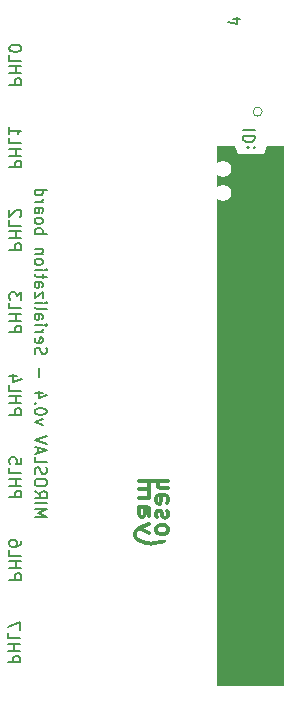
<source format=gbo>
%TF.GenerationSoftware,KiCad,Pcbnew,5.1.10*%
%TF.CreationDate,2021-12-13T09:12:35+01:00*%
%TF.ProjectId,serialization_board,73657269-616c-4697-9a61-74696f6e5f62,rev?*%
%TF.SameCoordinates,Original*%
%TF.FileFunction,Legend,Bot*%
%TF.FilePolarity,Positive*%
%FSLAX46Y46*%
G04 Gerber Fmt 4.6, Leading zero omitted, Abs format (unit mm)*
G04 Created by KiCad (PCBNEW 5.1.10) date 2021-12-13 09:12:35*
%MOMM*%
%LPD*%
G01*
G04 APERTURE LIST*
%ADD10C,0.300000*%
%ADD11C,0.150000*%
%ADD12C,0.100000*%
%ADD13C,0.120000*%
%ADD14O,1.700000X1.700000*%
%ADD15R,1.700000X1.700000*%
%ADD16C,1.397000*%
%ADD17C,7.000000*%
%ADD18O,1.600000X1.600000*%
%ADD19R,1.600000X1.600000*%
%ADD20C,1.524000*%
G04 APERTURE END LIST*
D10*
X71589900Y-74630280D02*
G75*
G03*
X73732183Y-74728668I1172004J2146971D01*
G01*
X74013060Y-69596000D02*
X71628000Y-69596000D01*
X73995362Y-71483980D02*
X74066791Y-71341122D01*
X74066791Y-71055408D01*
X73995362Y-70912551D01*
X73852505Y-70841122D01*
X73281077Y-70841122D01*
X73138220Y-70912551D01*
X73066791Y-71055408D01*
X73066791Y-71341122D01*
X73138220Y-71483980D01*
X73281077Y-71555408D01*
X73423934Y-71555408D01*
X73566791Y-70841122D01*
X73995362Y-72126837D02*
X74066791Y-72269694D01*
X74066791Y-72555408D01*
X73995362Y-72698265D01*
X73852505Y-72769694D01*
X73781077Y-72769694D01*
X73638220Y-72698265D01*
X73566791Y-72555408D01*
X73566791Y-72341122D01*
X73495362Y-72198265D01*
X73352505Y-72126837D01*
X73281077Y-72126837D01*
X73138220Y-72198265D01*
X73066791Y-72341122D01*
X73066791Y-72555408D01*
X73138220Y-72698265D01*
X74066791Y-73626837D02*
X73995362Y-73483980D01*
X73923934Y-73412551D01*
X73781077Y-73341122D01*
X73352505Y-73341122D01*
X73209648Y-73412551D01*
X73138220Y-73483980D01*
X73066791Y-73626837D01*
X73066791Y-73841122D01*
X73138220Y-73983980D01*
X73209648Y-74055408D01*
X73352505Y-74126837D01*
X73781077Y-74126837D01*
X73923934Y-74055408D01*
X73995362Y-73983980D01*
X74066791Y-73841122D01*
X74066791Y-73626837D01*
X74062675Y-69597151D02*
X72762675Y-69597151D01*
X74062675Y-70240008D02*
X73381722Y-70240008D01*
X73257913Y-70168580D01*
X73196008Y-70025722D01*
X73196008Y-69811437D01*
X73257913Y-69668580D01*
X73319818Y-69597151D01*
X72500931Y-74049442D02*
X71634264Y-73644680D01*
X72500931Y-73239919D01*
X71634264Y-71863728D02*
X72315217Y-71863728D01*
X72439026Y-71944680D01*
X72500931Y-72106585D01*
X72500931Y-72430395D01*
X72439026Y-72592300D01*
X71696169Y-71863728D02*
X71634264Y-72025633D01*
X71634264Y-72430395D01*
X71696169Y-72592300D01*
X71819979Y-72673252D01*
X71943788Y-72673252D01*
X72067598Y-72592300D01*
X72129502Y-72430395D01*
X72129502Y-72025633D01*
X72191407Y-71863728D01*
X71634264Y-71054204D02*
X72500931Y-71054204D01*
X72377121Y-71054204D02*
X72439026Y-70973252D01*
X72500931Y-70811347D01*
X72500931Y-70568490D01*
X72439026Y-70406585D01*
X72315217Y-70325633D01*
X71634264Y-70325633D01*
X72315217Y-70325633D02*
X72439026Y-70244680D01*
X72500931Y-70082776D01*
X72500931Y-69839919D01*
X72439026Y-69678014D01*
X72315217Y-69597061D01*
X71634264Y-69597061D01*
X71625902Y-73665816D02*
G75*
G03*
X71553292Y-74607955I136718J-484404D01*
G01*
D11*
X81410880Y-39901904D02*
X80410880Y-39901904D01*
X81410880Y-40378095D02*
X80410880Y-40378095D01*
X80410880Y-40616190D01*
X80458500Y-40759047D01*
X80553738Y-40854285D01*
X80648976Y-40901904D01*
X80839452Y-40949523D01*
X80982309Y-40949523D01*
X81172785Y-40901904D01*
X81268023Y-40854285D01*
X81363261Y-40759047D01*
X81410880Y-40616190D01*
X81410880Y-40378095D01*
X81315642Y-41378095D02*
X81363261Y-41425714D01*
X81410880Y-41378095D01*
X81363261Y-41330476D01*
X81315642Y-41378095D01*
X81410880Y-41378095D01*
X80791833Y-41378095D02*
X80839452Y-41425714D01*
X80887071Y-41378095D01*
X80839452Y-41330476D01*
X80791833Y-41378095D01*
X80887071Y-41378095D01*
D12*
G36*
X79883000Y-41910000D02*
G01*
X82169000Y-41910000D01*
X82423000Y-41275000D01*
X83820000Y-41275000D01*
X83820000Y-86868000D01*
X78232000Y-86868000D01*
X78232000Y-41275000D01*
X79629000Y-41275000D01*
X79883000Y-41910000D01*
G37*
X79883000Y-41910000D02*
X82169000Y-41910000D01*
X82423000Y-41275000D01*
X83820000Y-41275000D01*
X83820000Y-86868000D01*
X78232000Y-86868000D01*
X78232000Y-41275000D01*
X79629000Y-41275000D01*
X79883000Y-41910000D01*
D11*
X62793619Y-72658142D02*
X63793619Y-72658142D01*
X63079333Y-72324809D01*
X63793619Y-71991476D01*
X62793619Y-71991476D01*
X62793619Y-71515285D02*
X63793619Y-71515285D01*
X62793619Y-70467666D02*
X63269809Y-70801000D01*
X62793619Y-71039095D02*
X63793619Y-71039095D01*
X63793619Y-70658142D01*
X63746000Y-70562904D01*
X63698380Y-70515285D01*
X63603142Y-70467666D01*
X63460285Y-70467666D01*
X63365047Y-70515285D01*
X63317428Y-70562904D01*
X63269809Y-70658142D01*
X63269809Y-71039095D01*
X63793619Y-69848619D02*
X63793619Y-69658142D01*
X63746000Y-69562904D01*
X63650761Y-69467666D01*
X63460285Y-69420047D01*
X63126952Y-69420047D01*
X62936476Y-69467666D01*
X62841238Y-69562904D01*
X62793619Y-69658142D01*
X62793619Y-69848619D01*
X62841238Y-69943857D01*
X62936476Y-70039095D01*
X63126952Y-70086714D01*
X63460285Y-70086714D01*
X63650761Y-70039095D01*
X63746000Y-69943857D01*
X63793619Y-69848619D01*
X62841238Y-69039095D02*
X62793619Y-68896238D01*
X62793619Y-68658142D01*
X62841238Y-68562904D01*
X62888857Y-68515285D01*
X62984095Y-68467666D01*
X63079333Y-68467666D01*
X63174571Y-68515285D01*
X63222190Y-68562904D01*
X63269809Y-68658142D01*
X63317428Y-68848619D01*
X63365047Y-68943857D01*
X63412666Y-68991476D01*
X63507904Y-69039095D01*
X63603142Y-69039095D01*
X63698380Y-68991476D01*
X63746000Y-68943857D01*
X63793619Y-68848619D01*
X63793619Y-68610523D01*
X63746000Y-68467666D01*
X62793619Y-67562904D02*
X62793619Y-68039095D01*
X63793619Y-68039095D01*
X63079333Y-67277190D02*
X63079333Y-66801000D01*
X62793619Y-67372428D02*
X63793619Y-67039095D01*
X62793619Y-66705761D01*
X63793619Y-66515285D02*
X62793619Y-66181952D01*
X63793619Y-65848619D01*
X63460285Y-64848619D02*
X62793619Y-64610523D01*
X63460285Y-64372428D01*
X63793619Y-63801000D02*
X63793619Y-63705761D01*
X63746000Y-63610523D01*
X63698380Y-63562904D01*
X63603142Y-63515285D01*
X63412666Y-63467666D01*
X63174571Y-63467666D01*
X62984095Y-63515285D01*
X62888857Y-63562904D01*
X62841238Y-63610523D01*
X62793619Y-63705761D01*
X62793619Y-63801000D01*
X62841238Y-63896238D01*
X62888857Y-63943857D01*
X62984095Y-63991476D01*
X63174571Y-64039095D01*
X63412666Y-64039095D01*
X63603142Y-63991476D01*
X63698380Y-63943857D01*
X63746000Y-63896238D01*
X63793619Y-63801000D01*
X62888857Y-63039095D02*
X62841238Y-62991476D01*
X62793619Y-63039095D01*
X62841238Y-63086714D01*
X62888857Y-63039095D01*
X62793619Y-63039095D01*
X63460285Y-62134333D02*
X62793619Y-62134333D01*
X63841238Y-62372428D02*
X63126952Y-62610523D01*
X63126952Y-61991476D01*
X63174571Y-60848619D02*
X63174571Y-60086714D01*
X62841238Y-58896238D02*
X62793619Y-58753380D01*
X62793619Y-58515285D01*
X62841238Y-58420047D01*
X62888857Y-58372428D01*
X62984095Y-58324809D01*
X63079333Y-58324809D01*
X63174571Y-58372428D01*
X63222190Y-58420047D01*
X63269809Y-58515285D01*
X63317428Y-58705761D01*
X63365047Y-58801000D01*
X63412666Y-58848619D01*
X63507904Y-58896238D01*
X63603142Y-58896238D01*
X63698380Y-58848619D01*
X63746000Y-58801000D01*
X63793619Y-58705761D01*
X63793619Y-58467666D01*
X63746000Y-58324809D01*
X62841238Y-57515285D02*
X62793619Y-57610523D01*
X62793619Y-57801000D01*
X62841238Y-57896238D01*
X62936476Y-57943857D01*
X63317428Y-57943857D01*
X63412666Y-57896238D01*
X63460285Y-57801000D01*
X63460285Y-57610523D01*
X63412666Y-57515285D01*
X63317428Y-57467666D01*
X63222190Y-57467666D01*
X63126952Y-57943857D01*
X62793619Y-57039095D02*
X63460285Y-57039095D01*
X63269809Y-57039095D02*
X63365047Y-56991476D01*
X63412666Y-56943857D01*
X63460285Y-56848619D01*
X63460285Y-56753380D01*
X62793619Y-56420047D02*
X63460285Y-56420047D01*
X63793619Y-56420047D02*
X63746000Y-56467666D01*
X63698380Y-56420047D01*
X63746000Y-56372428D01*
X63793619Y-56420047D01*
X63698380Y-56420047D01*
X62793619Y-55515285D02*
X63317428Y-55515285D01*
X63412666Y-55562904D01*
X63460285Y-55658142D01*
X63460285Y-55848619D01*
X63412666Y-55943857D01*
X62841238Y-55515285D02*
X62793619Y-55610523D01*
X62793619Y-55848619D01*
X62841238Y-55943857D01*
X62936476Y-55991476D01*
X63031714Y-55991476D01*
X63126952Y-55943857D01*
X63174571Y-55848619D01*
X63174571Y-55610523D01*
X63222190Y-55515285D01*
X62793619Y-54896238D02*
X62841238Y-54991476D01*
X62936476Y-55039095D01*
X63793619Y-55039095D01*
X62793619Y-54515285D02*
X63460285Y-54515285D01*
X63793619Y-54515285D02*
X63746000Y-54562904D01*
X63698380Y-54515285D01*
X63746000Y-54467666D01*
X63793619Y-54515285D01*
X63698380Y-54515285D01*
X63460285Y-54134333D02*
X63460285Y-53610523D01*
X62793619Y-54134333D01*
X62793619Y-53610523D01*
X62793619Y-52801000D02*
X63317428Y-52801000D01*
X63412666Y-52848619D01*
X63460285Y-52943857D01*
X63460285Y-53134333D01*
X63412666Y-53229571D01*
X62841238Y-52801000D02*
X62793619Y-52896238D01*
X62793619Y-53134333D01*
X62841238Y-53229571D01*
X62936476Y-53277190D01*
X63031714Y-53277190D01*
X63126952Y-53229571D01*
X63174571Y-53134333D01*
X63174571Y-52896238D01*
X63222190Y-52801000D01*
X63460285Y-52467666D02*
X63460285Y-52086714D01*
X63793619Y-52324809D02*
X62936476Y-52324809D01*
X62841238Y-52277190D01*
X62793619Y-52181952D01*
X62793619Y-52086714D01*
X62793619Y-51753380D02*
X63460285Y-51753380D01*
X63793619Y-51753380D02*
X63746000Y-51801000D01*
X63698380Y-51753380D01*
X63746000Y-51705761D01*
X63793619Y-51753380D01*
X63698380Y-51753380D01*
X62793619Y-51134333D02*
X62841238Y-51229571D01*
X62888857Y-51277190D01*
X62984095Y-51324809D01*
X63269809Y-51324809D01*
X63365047Y-51277190D01*
X63412666Y-51229571D01*
X63460285Y-51134333D01*
X63460285Y-50991476D01*
X63412666Y-50896238D01*
X63365047Y-50848619D01*
X63269809Y-50801000D01*
X62984095Y-50801000D01*
X62888857Y-50848619D01*
X62841238Y-50896238D01*
X62793619Y-50991476D01*
X62793619Y-51134333D01*
X63460285Y-50372428D02*
X62793619Y-50372428D01*
X63365047Y-50372428D02*
X63412666Y-50324809D01*
X63460285Y-50229571D01*
X63460285Y-50086714D01*
X63412666Y-49991476D01*
X63317428Y-49943857D01*
X62793619Y-49943857D01*
X62793619Y-48705761D02*
X63793619Y-48705761D01*
X63412666Y-48705761D02*
X63460285Y-48610523D01*
X63460285Y-48420047D01*
X63412666Y-48324809D01*
X63365047Y-48277190D01*
X63269809Y-48229571D01*
X62984095Y-48229571D01*
X62888857Y-48277190D01*
X62841238Y-48324809D01*
X62793619Y-48420047D01*
X62793619Y-48610523D01*
X62841238Y-48705761D01*
X62793619Y-47658142D02*
X62841238Y-47753380D01*
X62888857Y-47801000D01*
X62984095Y-47848619D01*
X63269809Y-47848619D01*
X63365047Y-47801000D01*
X63412666Y-47753380D01*
X63460285Y-47658142D01*
X63460285Y-47515285D01*
X63412666Y-47420047D01*
X63365047Y-47372428D01*
X63269809Y-47324809D01*
X62984095Y-47324809D01*
X62888857Y-47372428D01*
X62841238Y-47420047D01*
X62793619Y-47515285D01*
X62793619Y-47658142D01*
X62793619Y-46467666D02*
X63317428Y-46467666D01*
X63412666Y-46515285D01*
X63460285Y-46610523D01*
X63460285Y-46801000D01*
X63412666Y-46896238D01*
X62841238Y-46467666D02*
X62793619Y-46562904D01*
X62793619Y-46801000D01*
X62841238Y-46896238D01*
X62936476Y-46943857D01*
X63031714Y-46943857D01*
X63126952Y-46896238D01*
X63174571Y-46801000D01*
X63174571Y-46562904D01*
X63222190Y-46467666D01*
X62793619Y-45991476D02*
X63460285Y-45991476D01*
X63269809Y-45991476D02*
X63365047Y-45943857D01*
X63412666Y-45896238D01*
X63460285Y-45801000D01*
X63460285Y-45705761D01*
X62793619Y-44943857D02*
X63793619Y-44943857D01*
X62841238Y-44943857D02*
X62793619Y-45039095D01*
X62793619Y-45229571D01*
X62841238Y-45324809D01*
X62888857Y-45372428D01*
X62984095Y-45420047D01*
X63269809Y-45420047D01*
X63365047Y-45372428D01*
X63412666Y-45324809D01*
X63460285Y-45229571D01*
X63460285Y-45039095D01*
X63412666Y-44943857D01*
D13*
X82042000Y-38354000D02*
G75*
G03*
X82042000Y-38354000I-381000J0D01*
G01*
D11*
X60634619Y-36083666D02*
X61634619Y-36083666D01*
X61634619Y-35702714D01*
X61587000Y-35607476D01*
X61539380Y-35559857D01*
X61444142Y-35512238D01*
X61301285Y-35512238D01*
X61206047Y-35559857D01*
X61158428Y-35607476D01*
X61110809Y-35702714D01*
X61110809Y-36083666D01*
X60634619Y-35083666D02*
X61634619Y-35083666D01*
X61158428Y-35083666D02*
X61158428Y-34512238D01*
X60634619Y-34512238D02*
X61634619Y-34512238D01*
X60634619Y-33559857D02*
X60634619Y-34036047D01*
X61634619Y-34036047D01*
X61634619Y-33036047D02*
X61634619Y-32940809D01*
X61587000Y-32845571D01*
X61539380Y-32797952D01*
X61444142Y-32750333D01*
X61253666Y-32702714D01*
X61015571Y-32702714D01*
X60825095Y-32750333D01*
X60729857Y-32797952D01*
X60682238Y-32845571D01*
X60634619Y-32940809D01*
X60634619Y-33036047D01*
X60682238Y-33131285D01*
X60729857Y-33178904D01*
X60825095Y-33226523D01*
X61015571Y-33274142D01*
X61253666Y-33274142D01*
X61444142Y-33226523D01*
X61539380Y-33178904D01*
X61587000Y-33131285D01*
X61634619Y-33036047D01*
X60507619Y-84978666D02*
X61507619Y-84978666D01*
X61507619Y-84597714D01*
X61460000Y-84502476D01*
X61412380Y-84454857D01*
X61317142Y-84407238D01*
X61174285Y-84407238D01*
X61079047Y-84454857D01*
X61031428Y-84502476D01*
X60983809Y-84597714D01*
X60983809Y-84978666D01*
X60507619Y-83978666D02*
X61507619Y-83978666D01*
X61031428Y-83978666D02*
X61031428Y-83407238D01*
X60507619Y-83407238D02*
X61507619Y-83407238D01*
X60507619Y-82454857D02*
X60507619Y-82931047D01*
X61507619Y-82931047D01*
X61507619Y-82216761D02*
X61507619Y-81550095D01*
X60507619Y-81978666D01*
X60634619Y-71008666D02*
X61634619Y-71008666D01*
X61634619Y-70627714D01*
X61587000Y-70532476D01*
X61539380Y-70484857D01*
X61444142Y-70437238D01*
X61301285Y-70437238D01*
X61206047Y-70484857D01*
X61158428Y-70532476D01*
X61110809Y-70627714D01*
X61110809Y-71008666D01*
X60634619Y-70008666D02*
X61634619Y-70008666D01*
X61158428Y-70008666D02*
X61158428Y-69437238D01*
X60634619Y-69437238D02*
X61634619Y-69437238D01*
X60634619Y-68484857D02*
X60634619Y-68961047D01*
X61634619Y-68961047D01*
X61634619Y-67675333D02*
X61634619Y-68151523D01*
X61158428Y-68199142D01*
X61206047Y-68151523D01*
X61253666Y-68056285D01*
X61253666Y-67818190D01*
X61206047Y-67722952D01*
X61158428Y-67675333D01*
X61063190Y-67627714D01*
X60825095Y-67627714D01*
X60729857Y-67675333D01*
X60682238Y-67722952D01*
X60634619Y-67818190D01*
X60634619Y-68056285D01*
X60682238Y-68151523D01*
X60729857Y-68199142D01*
X60634619Y-43068667D02*
X61634619Y-43068667D01*
X61634619Y-42687715D01*
X61587000Y-42592477D01*
X61539380Y-42544858D01*
X61444142Y-42497239D01*
X61301285Y-42497239D01*
X61206047Y-42544858D01*
X61158428Y-42592477D01*
X61110809Y-42687715D01*
X61110809Y-43068667D01*
X60634619Y-42068667D02*
X61634619Y-42068667D01*
X61158428Y-42068667D02*
X61158428Y-41497239D01*
X60634619Y-41497239D02*
X61634619Y-41497239D01*
X60634619Y-40544858D02*
X60634619Y-41021048D01*
X61634619Y-41021048D01*
X60634619Y-39687715D02*
X60634619Y-40259143D01*
X60634619Y-39973429D02*
X61634619Y-39973429D01*
X61491761Y-40068667D01*
X61396523Y-40163905D01*
X61348904Y-40259143D01*
X60634619Y-77993666D02*
X61634619Y-77993666D01*
X61634619Y-77612714D01*
X61587000Y-77517476D01*
X61539380Y-77469857D01*
X61444142Y-77422238D01*
X61301285Y-77422238D01*
X61206047Y-77469857D01*
X61158428Y-77517476D01*
X61110809Y-77612714D01*
X61110809Y-77993666D01*
X60634619Y-76993666D02*
X61634619Y-76993666D01*
X61158428Y-76993666D02*
X61158428Y-76422238D01*
X60634619Y-76422238D02*
X61634619Y-76422238D01*
X60634619Y-75469857D02*
X60634619Y-75946047D01*
X61634619Y-75946047D01*
X61634619Y-74707952D02*
X61634619Y-74898428D01*
X61587000Y-74993666D01*
X61539380Y-75041285D01*
X61396523Y-75136523D01*
X61206047Y-75184142D01*
X60825095Y-75184142D01*
X60729857Y-75136523D01*
X60682238Y-75088904D01*
X60634619Y-74993666D01*
X60634619Y-74803190D01*
X60682238Y-74707952D01*
X60729857Y-74660333D01*
X60825095Y-74612714D01*
X61063190Y-74612714D01*
X61158428Y-74660333D01*
X61206047Y-74707952D01*
X61253666Y-74803190D01*
X61253666Y-74993666D01*
X61206047Y-75088904D01*
X61158428Y-75136523D01*
X61063190Y-75184142D01*
X60634619Y-64023666D02*
X61634619Y-64023666D01*
X61634619Y-63642714D01*
X61587000Y-63547476D01*
X61539380Y-63499857D01*
X61444142Y-63452238D01*
X61301285Y-63452238D01*
X61206047Y-63499857D01*
X61158428Y-63547476D01*
X61110809Y-63642714D01*
X61110809Y-64023666D01*
X60634619Y-63023666D02*
X61634619Y-63023666D01*
X61158428Y-63023666D02*
X61158428Y-62452238D01*
X60634619Y-62452238D02*
X61634619Y-62452238D01*
X60634619Y-61499857D02*
X60634619Y-61976047D01*
X61634619Y-61976047D01*
X61301285Y-60737952D02*
X60634619Y-60737952D01*
X61682238Y-60976047D02*
X60967952Y-61214142D01*
X60967952Y-60595095D01*
X60634619Y-57038666D02*
X61634619Y-57038666D01*
X61634619Y-56657714D01*
X61587000Y-56562476D01*
X61539380Y-56514857D01*
X61444142Y-56467238D01*
X61301285Y-56467238D01*
X61206047Y-56514857D01*
X61158428Y-56562476D01*
X61110809Y-56657714D01*
X61110809Y-57038666D01*
X60634619Y-56038666D02*
X61634619Y-56038666D01*
X61158428Y-56038666D02*
X61158428Y-55467238D01*
X60634619Y-55467238D02*
X61634619Y-55467238D01*
X60634619Y-54514857D02*
X60634619Y-54991047D01*
X61634619Y-54991047D01*
X61634619Y-54276761D02*
X61634619Y-53657714D01*
X61253666Y-53991047D01*
X61253666Y-53848190D01*
X61206047Y-53752952D01*
X61158428Y-53705333D01*
X61063190Y-53657714D01*
X60825095Y-53657714D01*
X60729857Y-53705333D01*
X60682238Y-53752952D01*
X60634619Y-53848190D01*
X60634619Y-54133904D01*
X60682238Y-54229142D01*
X60729857Y-54276761D01*
X60634619Y-50053666D02*
X61634619Y-50053666D01*
X61634619Y-49672714D01*
X61587000Y-49577476D01*
X61539380Y-49529857D01*
X61444142Y-49482238D01*
X61301285Y-49482238D01*
X61206047Y-49529857D01*
X61158428Y-49577476D01*
X61110809Y-49672714D01*
X61110809Y-50053666D01*
X60634619Y-49053666D02*
X61634619Y-49053666D01*
X61158428Y-49053666D02*
X61158428Y-48482238D01*
X60634619Y-48482238D02*
X61634619Y-48482238D01*
X60634619Y-47529857D02*
X60634619Y-48006047D01*
X61634619Y-48006047D01*
X61539380Y-47244142D02*
X61587000Y-47196523D01*
X61634619Y-47101285D01*
X61634619Y-46863190D01*
X61587000Y-46767952D01*
X61539380Y-46720333D01*
X61444142Y-46672714D01*
X61348904Y-46672714D01*
X61206047Y-46720333D01*
X60634619Y-47291761D01*
X60634619Y-46672714D01*
X79541714Y-30489524D02*
X80208380Y-30489524D01*
X79160761Y-30727620D02*
X79875047Y-30965715D01*
X79875047Y-30346667D01*
X79541714Y-30489524D02*
X80208380Y-30489524D01*
X79160761Y-30727620D02*
X79875047Y-30965715D01*
X79875047Y-30346667D01*
%LPC*%
D14*
X74168000Y-34183000D03*
D15*
X74168000Y-31643000D03*
D14*
X70485000Y-34163000D03*
D15*
X70485000Y-31623000D03*
D14*
X70358000Y-37846000D03*
X70358000Y-40386000D03*
X70358000Y-42926000D03*
D15*
X70358000Y-45466000D03*
D14*
X74168000Y-37846000D03*
X74168000Y-40386000D03*
X74168000Y-42926000D03*
D15*
X74168000Y-45466000D03*
D16*
X65405000Y-33400999D03*
X65405000Y-35401001D03*
X65405000Y-82295999D03*
X65405000Y-84296001D03*
D17*
X80518000Y-25908000D03*
X80518000Y-91694000D03*
X63754000Y-91694000D03*
X63754000Y-25908000D03*
D16*
X65405000Y-68325999D03*
X65405000Y-70326001D03*
D18*
X69215000Y-82296000D03*
X76835000Y-49276000D03*
X69215000Y-79756000D03*
X76835000Y-51816000D03*
X69215000Y-77216000D03*
X76835000Y-54356000D03*
X69215000Y-74676000D03*
X76835000Y-56896000D03*
X69215000Y-72136000D03*
X76835000Y-59436000D03*
X69215000Y-69596000D03*
X76835000Y-61976000D03*
X69215000Y-67056000D03*
X76835000Y-64516000D03*
X69215000Y-64516000D03*
X76835000Y-67056000D03*
X69215000Y-61976000D03*
X76835000Y-69596000D03*
X69215000Y-59436000D03*
X76835000Y-72136000D03*
X69215000Y-56896000D03*
X76835000Y-74676000D03*
X69215000Y-54356000D03*
X76835000Y-77216000D03*
X69215000Y-51816000D03*
X76835000Y-79756000D03*
X69215000Y-49276000D03*
D19*
X76835000Y-82296000D03*
D16*
X65405000Y-40386000D03*
X65405000Y-42386002D03*
X65405000Y-75310999D03*
X65405000Y-77311001D03*
X65405000Y-61340999D03*
X65405000Y-63341001D03*
X65405000Y-54355999D03*
X65405000Y-56356001D03*
X65405000Y-47370999D03*
X65405000Y-49371001D03*
X78740000Y-45212000D03*
X78740000Y-43211998D03*
D20*
X79756000Y-38354000D03*
X79756000Y-36303999D03*
X79756000Y-34254001D03*
X79756000Y-32204000D03*
D16*
X73136001Y-27686000D03*
X71135999Y-27686000D03*
M02*

</source>
